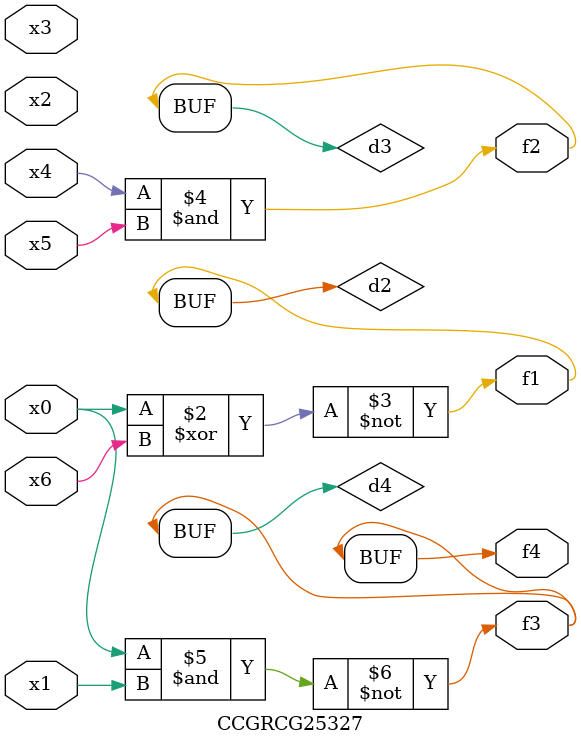
<source format=v>
module CCGRCG25327(
	input x0, x1, x2, x3, x4, x5, x6,
	output f1, f2, f3, f4
);

	wire d1, d2, d3, d4;

	nor (d1, x0);
	xnor (d2, x0, x6);
	and (d3, x4, x5);
	nand (d4, x0, x1);
	assign f1 = d2;
	assign f2 = d3;
	assign f3 = d4;
	assign f4 = d4;
endmodule

</source>
